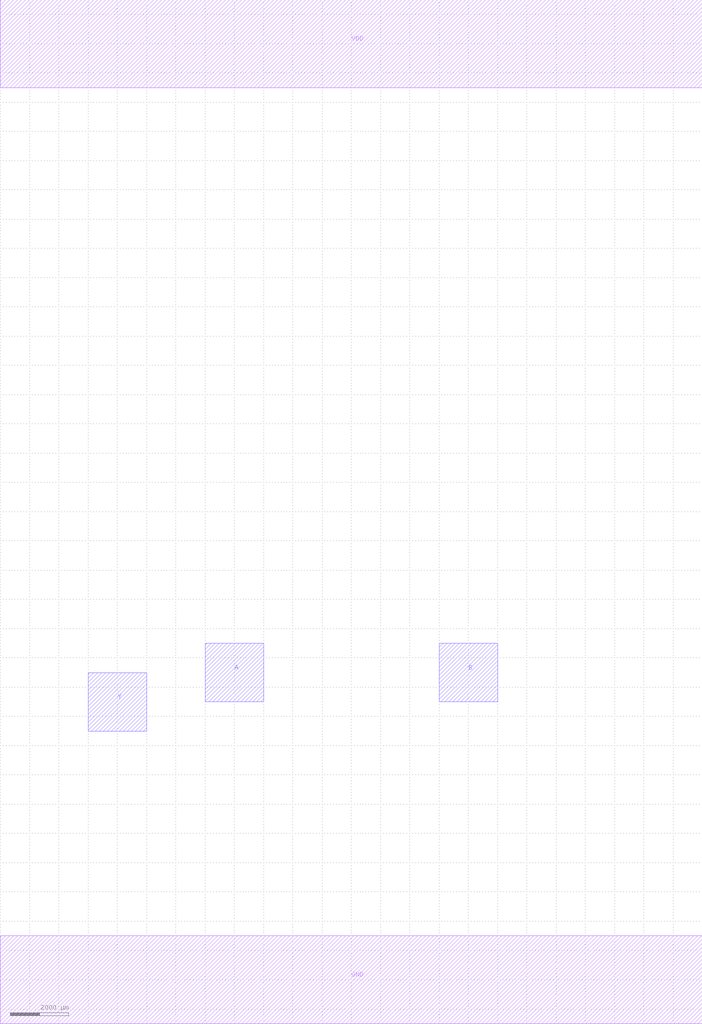
<source format=lef>
MACRO NAND2
 CLASS CORE ;
 ORIGIN 0 0 ;
 FOREIGN NAND2 0 0 ;
 SITE CORE ;
 SYMMETRY X Y R90 ;
  PIN VDD
   DIRECTION INOUT ;
   USE SIGNAL ;
   SHAPE ABUTMENT ;
    PORT
     CLASS CORE ;
       LAYER metal1 ;
        RECT 0.00000000 30500.00000000 24000.00000000 33500.00000000 ;
    END
  END VDD

  PIN GND
   DIRECTION INOUT ;
   USE SIGNAL ;
   SHAPE ABUTMENT ;
    PORT
     CLASS CORE ;
       LAYER metal1 ;
        RECT 0.00000000 -1500.00000000 24000.00000000 1500.00000000 ;
    END
  END GND

  PIN A
   DIRECTION INOUT ;
   USE SIGNAL ;
   SHAPE ABUTMENT ;
    PORT
     CLASS CORE ;
       LAYER metal2 ;
        RECT 7000.00000000 9500.00000000 9000.00000000 11500.00000000 ;
    END
  END A

  PIN B
   DIRECTION INOUT ;
   USE SIGNAL ;
   SHAPE ABUTMENT ;
    PORT
     CLASS CORE ;
       LAYER metal2 ;
        RECT 15000.00000000 9500.00000000 17000.00000000 11500.00000000 ;
    END
  END B

  PIN Y
   DIRECTION INOUT ;
   USE SIGNAL ;
   SHAPE ABUTMENT ;
    PORT
     CLASS CORE ;
       LAYER metal2 ;
        RECT 3000.00000000 8500.00000000 5000.00000000 10500.00000000 ;
    END
  END Y


END NAND2

</source>
